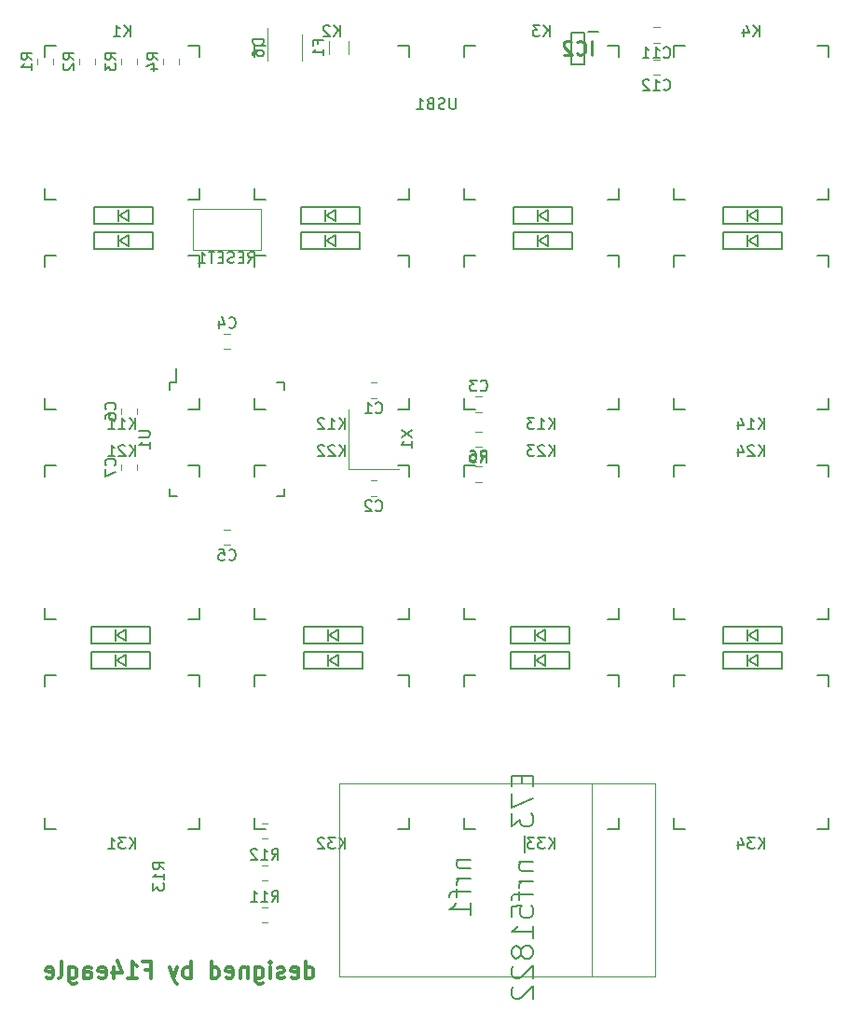
<source format=gbr>
%TF.GenerationSoftware,KiCad,Pcbnew,(5.1.2)-2*%
%TF.CreationDate,2020-03-24T23:19:36+08:00*%
%TF.ProjectId,wingxx-receiver-v4,77696e67-7878-42d7-9265-636569766572,rev?*%
%TF.SameCoordinates,Original*%
%TF.FileFunction,Legend,Bot*%
%TF.FilePolarity,Positive*%
%FSLAX46Y46*%
G04 Gerber Fmt 4.6, Leading zero omitted, Abs format (unit mm)*
G04 Created by KiCad (PCBNEW (5.1.2)-2) date 2020-03-24 23:19:36*
%MOMM*%
%LPD*%
G04 APERTURE LIST*
%ADD10C,0.300000*%
%ADD11C,0.200000*%
%ADD12C,0.120000*%
%ADD13C,0.150000*%
%ADD14C,0.100000*%
%ADD15C,0.254000*%
%ADD16C,0.152400*%
G04 APERTURE END LIST*
D10*
X102396285Y-146728571D02*
X102396285Y-145228571D01*
X102396285Y-146657142D02*
X102539142Y-146728571D01*
X102824857Y-146728571D01*
X102967714Y-146657142D01*
X103039142Y-146585714D01*
X103110571Y-146442857D01*
X103110571Y-146014285D01*
X103039142Y-145871428D01*
X102967714Y-145800000D01*
X102824857Y-145728571D01*
X102539142Y-145728571D01*
X102396285Y-145800000D01*
X101110571Y-146657142D02*
X101253428Y-146728571D01*
X101539142Y-146728571D01*
X101682000Y-146657142D01*
X101753428Y-146514285D01*
X101753428Y-145942857D01*
X101682000Y-145800000D01*
X101539142Y-145728571D01*
X101253428Y-145728571D01*
X101110571Y-145800000D01*
X101039142Y-145942857D01*
X101039142Y-146085714D01*
X101753428Y-146228571D01*
X100467714Y-146657142D02*
X100324857Y-146728571D01*
X100039142Y-146728571D01*
X99896285Y-146657142D01*
X99824857Y-146514285D01*
X99824857Y-146442857D01*
X99896285Y-146300000D01*
X100039142Y-146228571D01*
X100253428Y-146228571D01*
X100396285Y-146157142D01*
X100467714Y-146014285D01*
X100467714Y-145942857D01*
X100396285Y-145800000D01*
X100253428Y-145728571D01*
X100039142Y-145728571D01*
X99896285Y-145800000D01*
X99182000Y-146728571D02*
X99182000Y-145728571D01*
X99182000Y-145228571D02*
X99253428Y-145300000D01*
X99182000Y-145371428D01*
X99110571Y-145300000D01*
X99182000Y-145228571D01*
X99182000Y-145371428D01*
X97824857Y-145728571D02*
X97824857Y-146942857D01*
X97896285Y-147085714D01*
X97967714Y-147157142D01*
X98110571Y-147228571D01*
X98324857Y-147228571D01*
X98467714Y-147157142D01*
X97824857Y-146657142D02*
X97967714Y-146728571D01*
X98253428Y-146728571D01*
X98396285Y-146657142D01*
X98467714Y-146585714D01*
X98539142Y-146442857D01*
X98539142Y-146014285D01*
X98467714Y-145871428D01*
X98396285Y-145800000D01*
X98253428Y-145728571D01*
X97967714Y-145728571D01*
X97824857Y-145800000D01*
X97110571Y-145728571D02*
X97110571Y-146728571D01*
X97110571Y-145871428D02*
X97039142Y-145800000D01*
X96896285Y-145728571D01*
X96682000Y-145728571D01*
X96539142Y-145800000D01*
X96467714Y-145942857D01*
X96467714Y-146728571D01*
X95182000Y-146657142D02*
X95324857Y-146728571D01*
X95610571Y-146728571D01*
X95753428Y-146657142D01*
X95824857Y-146514285D01*
X95824857Y-145942857D01*
X95753428Y-145800000D01*
X95610571Y-145728571D01*
X95324857Y-145728571D01*
X95182000Y-145800000D01*
X95110571Y-145942857D01*
X95110571Y-146085714D01*
X95824857Y-146228571D01*
X93824857Y-146728571D02*
X93824857Y-145228571D01*
X93824857Y-146657142D02*
X93967714Y-146728571D01*
X94253428Y-146728571D01*
X94396285Y-146657142D01*
X94467714Y-146585714D01*
X94539142Y-146442857D01*
X94539142Y-146014285D01*
X94467714Y-145871428D01*
X94396285Y-145800000D01*
X94253428Y-145728571D01*
X93967714Y-145728571D01*
X93824857Y-145800000D01*
X91967714Y-146728571D02*
X91967714Y-145228571D01*
X91967714Y-145800000D02*
X91824857Y-145728571D01*
X91539142Y-145728571D01*
X91396285Y-145800000D01*
X91324857Y-145871428D01*
X91253428Y-146014285D01*
X91253428Y-146442857D01*
X91324857Y-146585714D01*
X91396285Y-146657142D01*
X91539142Y-146728571D01*
X91824857Y-146728571D01*
X91967714Y-146657142D01*
X90753428Y-145728571D02*
X90396285Y-146728571D01*
X90039142Y-145728571D02*
X90396285Y-146728571D01*
X90539142Y-147085714D01*
X90610571Y-147157142D01*
X90753428Y-147228571D01*
X87824857Y-145942857D02*
X88324857Y-145942857D01*
X88324857Y-146728571D02*
X88324857Y-145228571D01*
X87610571Y-145228571D01*
X86253428Y-146728571D02*
X87110571Y-146728571D01*
X86682000Y-146728571D02*
X86682000Y-145228571D01*
X86824857Y-145442857D01*
X86967714Y-145585714D01*
X87110571Y-145657142D01*
X84967714Y-145728571D02*
X84967714Y-146728571D01*
X85324857Y-145157142D02*
X85682000Y-146228571D01*
X84753428Y-146228571D01*
X83610571Y-146657142D02*
X83753428Y-146728571D01*
X84039142Y-146728571D01*
X84182000Y-146657142D01*
X84253428Y-146514285D01*
X84253428Y-145942857D01*
X84182000Y-145800000D01*
X84039142Y-145728571D01*
X83753428Y-145728571D01*
X83610571Y-145800000D01*
X83539142Y-145942857D01*
X83539142Y-146085714D01*
X84253428Y-146228571D01*
X82253428Y-146728571D02*
X82253428Y-145942857D01*
X82324857Y-145800000D01*
X82467714Y-145728571D01*
X82753428Y-145728571D01*
X82896285Y-145800000D01*
X82253428Y-146657142D02*
X82396285Y-146728571D01*
X82753428Y-146728571D01*
X82896285Y-146657142D01*
X82967714Y-146514285D01*
X82967714Y-146371428D01*
X82896285Y-146228571D01*
X82753428Y-146157142D01*
X82396285Y-146157142D01*
X82253428Y-146085714D01*
X80896285Y-145728571D02*
X80896285Y-146942857D01*
X80967714Y-147085714D01*
X81039142Y-147157142D01*
X81182000Y-147228571D01*
X81396285Y-147228571D01*
X81539142Y-147157142D01*
X80896285Y-146657142D02*
X81039142Y-146728571D01*
X81324857Y-146728571D01*
X81467714Y-146657142D01*
X81539142Y-146585714D01*
X81610571Y-146442857D01*
X81610571Y-146014285D01*
X81539142Y-145871428D01*
X81467714Y-145800000D01*
X81324857Y-145728571D01*
X81039142Y-145728571D01*
X80896285Y-145800000D01*
X79967714Y-146728571D02*
X80110571Y-146657142D01*
X80182000Y-146514285D01*
X80182000Y-145228571D01*
X78824857Y-146657142D02*
X78967714Y-146728571D01*
X79253428Y-146728571D01*
X79396285Y-146657142D01*
X79467714Y-146514285D01*
X79467714Y-145942857D01*
X79396285Y-145800000D01*
X79253428Y-145728571D01*
X78967714Y-145728571D01*
X78824857Y-145800000D01*
X78753428Y-145942857D01*
X78753428Y-146085714D01*
X79467714Y-146228571D01*
D11*
X128977000Y-60825200D02*
X128077000Y-60825200D01*
X127727000Y-63775200D02*
X127727000Y-60875200D01*
X126527000Y-63775200D02*
X127727000Y-63775200D01*
X126527000Y-60875200D02*
X126527000Y-63775200D01*
X127727000Y-60875200D02*
X126527000Y-60875200D01*
D12*
X134009748Y-63298000D02*
X134532252Y-63298000D01*
X134009748Y-64718000D02*
X134532252Y-64718000D01*
X134009748Y-60377000D02*
X134532252Y-60377000D01*
X134009748Y-61797000D02*
X134532252Y-61797000D01*
D13*
X140302000Y-117106000D02*
X145702000Y-117106000D01*
X145702000Y-118606000D02*
X140302000Y-118606000D01*
X140302000Y-118606000D02*
X140302000Y-117106000D01*
X145702000Y-118606000D02*
X145702000Y-117106000D01*
X143502000Y-118356000D02*
X143502000Y-117356000D01*
X143502000Y-117356000D02*
X142602000Y-117856000D01*
X142602000Y-117856000D02*
X143502000Y-118356000D01*
X142502000Y-118356000D02*
X142502000Y-117356000D01*
X120998000Y-117106000D02*
X126398000Y-117106000D01*
X126398000Y-118606000D02*
X120998000Y-118606000D01*
X120998000Y-118606000D02*
X120998000Y-117106000D01*
X126398000Y-118606000D02*
X126398000Y-117106000D01*
X124198000Y-118356000D02*
X124198000Y-117356000D01*
X124198000Y-117356000D02*
X123298000Y-117856000D01*
X123298000Y-117856000D02*
X124198000Y-118356000D01*
X123198000Y-118356000D02*
X123198000Y-117356000D01*
X102202000Y-117106000D02*
X107602000Y-117106000D01*
X107602000Y-118606000D02*
X102202000Y-118606000D01*
X102202000Y-118606000D02*
X102202000Y-117106000D01*
X107602000Y-118606000D02*
X107602000Y-117106000D01*
X105402000Y-118356000D02*
X105402000Y-117356000D01*
X105402000Y-117356000D02*
X104502000Y-117856000D01*
X104502000Y-117856000D02*
X105402000Y-118356000D01*
X104402000Y-118356000D02*
X104402000Y-117356000D01*
X82898000Y-117106000D02*
X88298000Y-117106000D01*
X88298000Y-118606000D02*
X82898000Y-118606000D01*
X82898000Y-118606000D02*
X82898000Y-117106000D01*
X88298000Y-118606000D02*
X88298000Y-117106000D01*
X86098000Y-118356000D02*
X86098000Y-117356000D01*
X86098000Y-117356000D02*
X85198000Y-117856000D01*
X85198000Y-117856000D02*
X86098000Y-118356000D01*
X85098000Y-118356000D02*
X85098000Y-117356000D01*
X140302000Y-114820000D02*
X145702000Y-114820000D01*
X145702000Y-116320000D02*
X140302000Y-116320000D01*
X140302000Y-116320000D02*
X140302000Y-114820000D01*
X145702000Y-116320000D02*
X145702000Y-114820000D01*
X143502000Y-116070000D02*
X143502000Y-115070000D01*
X143502000Y-115070000D02*
X142602000Y-115570000D01*
X142602000Y-115570000D02*
X143502000Y-116070000D01*
X142502000Y-116070000D02*
X142502000Y-115070000D01*
X120998000Y-114820000D02*
X126398000Y-114820000D01*
X126398000Y-116320000D02*
X120998000Y-116320000D01*
X120998000Y-116320000D02*
X120998000Y-114820000D01*
X126398000Y-116320000D02*
X126398000Y-114820000D01*
X124198000Y-116070000D02*
X124198000Y-115070000D01*
X124198000Y-115070000D02*
X123298000Y-115570000D01*
X123298000Y-115570000D02*
X124198000Y-116070000D01*
X123198000Y-116070000D02*
X123198000Y-115070000D01*
X102202000Y-114820000D02*
X107602000Y-114820000D01*
X107602000Y-116320000D02*
X102202000Y-116320000D01*
X102202000Y-116320000D02*
X102202000Y-114820000D01*
X107602000Y-116320000D02*
X107602000Y-114820000D01*
X105402000Y-116070000D02*
X105402000Y-115070000D01*
X105402000Y-115070000D02*
X104502000Y-115570000D01*
X104502000Y-115570000D02*
X105402000Y-116070000D01*
X104402000Y-116070000D02*
X104402000Y-115070000D01*
X82898000Y-114820000D02*
X88298000Y-114820000D01*
X88298000Y-116320000D02*
X82898000Y-116320000D01*
X82898000Y-116320000D02*
X82898000Y-114820000D01*
X88298000Y-116320000D02*
X88298000Y-114820000D01*
X86098000Y-116070000D02*
X86098000Y-115070000D01*
X86098000Y-115070000D02*
X85198000Y-115570000D01*
X85198000Y-115570000D02*
X86098000Y-116070000D01*
X85098000Y-116070000D02*
X85098000Y-115070000D01*
X140302000Y-79006000D02*
X145702000Y-79006000D01*
X145702000Y-80506000D02*
X140302000Y-80506000D01*
X140302000Y-80506000D02*
X140302000Y-79006000D01*
X145702000Y-80506000D02*
X145702000Y-79006000D01*
X143502000Y-80256000D02*
X143502000Y-79256000D01*
X143502000Y-79256000D02*
X142602000Y-79756000D01*
X142602000Y-79756000D02*
X143502000Y-80256000D01*
X142502000Y-80256000D02*
X142502000Y-79256000D01*
X121252000Y-79006000D02*
X126652000Y-79006000D01*
X126652000Y-80506000D02*
X121252000Y-80506000D01*
X121252000Y-80506000D02*
X121252000Y-79006000D01*
X126652000Y-80506000D02*
X126652000Y-79006000D01*
X124452000Y-80256000D02*
X124452000Y-79256000D01*
X124452000Y-79256000D02*
X123552000Y-79756000D01*
X123552000Y-79756000D02*
X124452000Y-80256000D01*
X123452000Y-80256000D02*
X123452000Y-79256000D01*
X101948000Y-79006000D02*
X107348000Y-79006000D01*
X107348000Y-80506000D02*
X101948000Y-80506000D01*
X101948000Y-80506000D02*
X101948000Y-79006000D01*
X107348000Y-80506000D02*
X107348000Y-79006000D01*
X105148000Y-80256000D02*
X105148000Y-79256000D01*
X105148000Y-79256000D02*
X104248000Y-79756000D01*
X104248000Y-79756000D02*
X105148000Y-80256000D01*
X104148000Y-80256000D02*
X104148000Y-79256000D01*
X83152000Y-79006000D02*
X88552000Y-79006000D01*
X88552000Y-80506000D02*
X83152000Y-80506000D01*
X83152000Y-80506000D02*
X83152000Y-79006000D01*
X88552000Y-80506000D02*
X88552000Y-79006000D01*
X86352000Y-80256000D02*
X86352000Y-79256000D01*
X86352000Y-79256000D02*
X85452000Y-79756000D01*
X85452000Y-79756000D02*
X86352000Y-80256000D01*
X85352000Y-80256000D02*
X85352000Y-79256000D01*
X140302000Y-76720000D02*
X145702000Y-76720000D01*
X145702000Y-78220000D02*
X140302000Y-78220000D01*
X140302000Y-78220000D02*
X140302000Y-76720000D01*
X145702000Y-78220000D02*
X145702000Y-76720000D01*
X143502000Y-77970000D02*
X143502000Y-76970000D01*
X143502000Y-76970000D02*
X142602000Y-77470000D01*
X142602000Y-77470000D02*
X143502000Y-77970000D01*
X142502000Y-77970000D02*
X142502000Y-76970000D01*
X121252000Y-76720000D02*
X126652000Y-76720000D01*
X126652000Y-78220000D02*
X121252000Y-78220000D01*
X121252000Y-78220000D02*
X121252000Y-76720000D01*
X126652000Y-78220000D02*
X126652000Y-76720000D01*
X124452000Y-77970000D02*
X124452000Y-76970000D01*
X124452000Y-76970000D02*
X123552000Y-77470000D01*
X123552000Y-77470000D02*
X124452000Y-77970000D01*
X123452000Y-77970000D02*
X123452000Y-76970000D01*
X101948000Y-76720000D02*
X107348000Y-76720000D01*
X107348000Y-78220000D02*
X101948000Y-78220000D01*
X101948000Y-78220000D02*
X101948000Y-76720000D01*
X107348000Y-78220000D02*
X107348000Y-76720000D01*
X105148000Y-77970000D02*
X105148000Y-76970000D01*
X105148000Y-76970000D02*
X104248000Y-77470000D01*
X104248000Y-77470000D02*
X105148000Y-77970000D01*
X104148000Y-77970000D02*
X104148000Y-76970000D01*
X83152000Y-76720000D02*
X88552000Y-76720000D01*
X88552000Y-78220000D02*
X83152000Y-78220000D01*
X83152000Y-78220000D02*
X83152000Y-76720000D01*
X88552000Y-78220000D02*
X88552000Y-76720000D01*
X86352000Y-77970000D02*
X86352000Y-76970000D01*
X86352000Y-76970000D02*
X85452000Y-77470000D01*
X85452000Y-77470000D02*
X86352000Y-77970000D01*
X85352000Y-77970000D02*
X85352000Y-76970000D01*
D14*
X128397000Y-129032000D02*
X128397000Y-146558000D01*
X134112000Y-146558000D02*
X105410000Y-146558000D01*
X134112000Y-129032000D02*
X134112000Y-146558000D01*
X105410000Y-129032000D02*
X134112000Y-129032000D01*
X105410000Y-146558000D02*
X105410000Y-129032000D01*
D12*
X92190000Y-76890000D02*
X92190000Y-80590000D01*
X98310000Y-76890000D02*
X92190000Y-76890000D01*
X98310000Y-80590000D02*
X98310000Y-76890000D01*
X92190000Y-80590000D02*
X98310000Y-80590000D01*
X106335000Y-100490000D02*
X106335000Y-95090000D01*
X110835000Y-100490000D02*
X106335000Y-100490000D01*
X106320000Y-61627936D02*
X106320000Y-62832064D01*
X104500000Y-61627936D02*
X104500000Y-62832064D01*
X118371252Y-101675000D02*
X117848748Y-101675000D01*
X118371252Y-100255000D02*
X117848748Y-100255000D01*
X117848748Y-97080000D02*
X118371252Y-97080000D01*
X117848748Y-98500000D02*
X118371252Y-98500000D01*
X90880000Y-63238748D02*
X90880000Y-63761252D01*
X89460000Y-63238748D02*
X89460000Y-63761252D01*
X87070000Y-63238748D02*
X87070000Y-63761252D01*
X85650000Y-63238748D02*
X85650000Y-63761252D01*
X83260000Y-63238748D02*
X83260000Y-63761252D01*
X81840000Y-63238748D02*
X81840000Y-63761252D01*
X79450000Y-63238748D02*
X79450000Y-63761252D01*
X78030000Y-63238748D02*
X78030000Y-63761252D01*
X87070000Y-100068748D02*
X87070000Y-100591252D01*
X85650000Y-100068748D02*
X85650000Y-100591252D01*
X87070000Y-94988748D02*
X87070000Y-95511252D01*
X85650000Y-94988748D02*
X85650000Y-95511252D01*
X94988748Y-105970000D02*
X95511252Y-105970000D01*
X94988748Y-107390000D02*
X95511252Y-107390000D01*
X95511252Y-89610000D02*
X94988748Y-89610000D01*
X95511252Y-88190000D02*
X94988748Y-88190000D01*
X118371252Y-95325000D02*
X117848748Y-95325000D01*
X118371252Y-93905000D02*
X117848748Y-93905000D01*
X108323748Y-101525000D02*
X108846252Y-101525000D01*
X108323748Y-102945000D02*
X108846252Y-102945000D01*
X108323748Y-92635000D02*
X108846252Y-92635000D01*
X108323748Y-94055000D02*
X108846252Y-94055000D01*
D13*
X90650000Y-92615000D02*
X90650000Y-91340000D01*
X90075000Y-102965000D02*
X90075000Y-102290000D01*
X100425000Y-102965000D02*
X100425000Y-102290000D01*
X100425000Y-92615000D02*
X100425000Y-93290000D01*
X90075000Y-92615000D02*
X90075000Y-93290000D01*
X100425000Y-92615000D02*
X99750000Y-92615000D01*
X100425000Y-102965000D02*
X99750000Y-102965000D01*
X90075000Y-102965000D02*
X90750000Y-102965000D01*
X90075000Y-92615000D02*
X90650000Y-92615000D01*
D12*
X98950000Y-63430000D02*
X98950000Y-60480000D01*
X102050000Y-61030000D02*
X102050000Y-63430000D01*
X98940252Y-134060000D02*
X98417748Y-134060000D01*
X98940252Y-132640000D02*
X98417748Y-132640000D01*
X98940252Y-137870000D02*
X98417748Y-137870000D01*
X98940252Y-136450000D02*
X98417748Y-136450000D01*
X98940252Y-141680000D02*
X98417748Y-141680000D01*
X98940252Y-140260000D02*
X98417748Y-140260000D01*
D13*
X149875000Y-119206000D02*
X149875000Y-120206000D01*
X148875000Y-119206000D02*
X149875000Y-119206000D01*
X149875000Y-133206000D02*
X148875000Y-133206000D01*
X149875000Y-132206000D02*
X149875000Y-133206000D01*
X135875000Y-133206000D02*
X135875000Y-132206000D01*
X136875000Y-133206000D02*
X135875000Y-133206000D01*
X135875000Y-119206000D02*
X136875000Y-119206000D01*
X135875000Y-120206000D02*
X135875000Y-119206000D01*
X130825000Y-119206000D02*
X130825000Y-120206000D01*
X129825000Y-119206000D02*
X130825000Y-119206000D01*
X130825000Y-133206000D02*
X129825000Y-133206000D01*
X130825000Y-132206000D02*
X130825000Y-133206000D01*
X116825000Y-133206000D02*
X116825000Y-132206000D01*
X117825000Y-133206000D02*
X116825000Y-133206000D01*
X116825000Y-119206000D02*
X117825000Y-119206000D01*
X116825000Y-120206000D02*
X116825000Y-119206000D01*
X111775000Y-119206000D02*
X111775000Y-120206000D01*
X110775000Y-119206000D02*
X111775000Y-119206000D01*
X111775000Y-133206000D02*
X110775000Y-133206000D01*
X111775000Y-132206000D02*
X111775000Y-133206000D01*
X97775000Y-133206000D02*
X97775000Y-132206000D01*
X98775000Y-133206000D02*
X97775000Y-133206000D01*
X97775000Y-119206000D02*
X98775000Y-119206000D01*
X97775000Y-120206000D02*
X97775000Y-119206000D01*
X92725000Y-119206000D02*
X92725000Y-120206000D01*
X91725000Y-119206000D02*
X92725000Y-119206000D01*
X92725000Y-133206000D02*
X91725000Y-133206000D01*
X92725000Y-132206000D02*
X92725000Y-133206000D01*
X78725000Y-133206000D02*
X78725000Y-132206000D01*
X79725000Y-133206000D02*
X78725000Y-133206000D01*
X78725000Y-119206000D02*
X79725000Y-119206000D01*
X78725000Y-120206000D02*
X78725000Y-119206000D01*
X135875000Y-114156000D02*
X135875000Y-113156000D01*
X136875000Y-114156000D02*
X135875000Y-114156000D01*
X135875000Y-100156000D02*
X136875000Y-100156000D01*
X135875000Y-101156000D02*
X135875000Y-100156000D01*
X149875000Y-100156000D02*
X149875000Y-101156000D01*
X148875000Y-100156000D02*
X149875000Y-100156000D01*
X149875000Y-114156000D02*
X148875000Y-114156000D01*
X149875000Y-113156000D02*
X149875000Y-114156000D01*
X116825000Y-114156000D02*
X116825000Y-113156000D01*
X117825000Y-114156000D02*
X116825000Y-114156000D01*
X116825000Y-100156000D02*
X117825000Y-100156000D01*
X116825000Y-101156000D02*
X116825000Y-100156000D01*
X130825000Y-100156000D02*
X130825000Y-101156000D01*
X129825000Y-100156000D02*
X130825000Y-100156000D01*
X130825000Y-114156000D02*
X129825000Y-114156000D01*
X130825000Y-113156000D02*
X130825000Y-114156000D01*
X97775000Y-114156000D02*
X97775000Y-113156000D01*
X98775000Y-114156000D02*
X97775000Y-114156000D01*
X97775000Y-100156000D02*
X98775000Y-100156000D01*
X97775000Y-101156000D02*
X97775000Y-100156000D01*
X111775000Y-100156000D02*
X111775000Y-101156000D01*
X110775000Y-100156000D02*
X111775000Y-100156000D01*
X111775000Y-114156000D02*
X110775000Y-114156000D01*
X111775000Y-113156000D02*
X111775000Y-114156000D01*
X78725000Y-114156000D02*
X78725000Y-113156000D01*
X79725000Y-114156000D02*
X78725000Y-114156000D01*
X78725000Y-100156000D02*
X79725000Y-100156000D01*
X78725000Y-101156000D02*
X78725000Y-100156000D01*
X92725000Y-100156000D02*
X92725000Y-101156000D01*
X91725000Y-100156000D02*
X92725000Y-100156000D01*
X92725000Y-114156000D02*
X91725000Y-114156000D01*
X92725000Y-113156000D02*
X92725000Y-114156000D01*
X149875000Y-81106200D02*
X149875000Y-82106200D01*
X148875000Y-81106200D02*
X149875000Y-81106200D01*
X149875000Y-95106200D02*
X148875000Y-95106200D01*
X149875000Y-94106200D02*
X149875000Y-95106200D01*
X135875000Y-95106200D02*
X135875000Y-94106200D01*
X136875000Y-95106200D02*
X135875000Y-95106200D01*
X135875000Y-81106200D02*
X136875000Y-81106200D01*
X135875000Y-82106200D02*
X135875000Y-81106200D01*
X130825000Y-81106200D02*
X130825000Y-82106200D01*
X129825000Y-81106200D02*
X130825000Y-81106200D01*
X130825000Y-95106200D02*
X129825000Y-95106200D01*
X130825000Y-94106200D02*
X130825000Y-95106200D01*
X116825000Y-95106200D02*
X116825000Y-94106200D01*
X117825000Y-95106200D02*
X116825000Y-95106200D01*
X116825000Y-81106200D02*
X117825000Y-81106200D01*
X116825000Y-82106200D02*
X116825000Y-81106200D01*
X111775000Y-81106200D02*
X111775000Y-82106200D01*
X110775000Y-81106200D02*
X111775000Y-81106200D01*
X111775000Y-95106200D02*
X110775000Y-95106200D01*
X111775000Y-94106200D02*
X111775000Y-95106200D01*
X97775000Y-95106200D02*
X97775000Y-94106200D01*
X98775000Y-95106200D02*
X97775000Y-95106200D01*
X97775000Y-81106200D02*
X98775000Y-81106200D01*
X97775000Y-82106200D02*
X97775000Y-81106200D01*
X92725000Y-81106200D02*
X92725000Y-82106200D01*
X91725000Y-81106200D02*
X92725000Y-81106200D01*
X92725000Y-95106200D02*
X91725000Y-95106200D01*
X92725000Y-94106200D02*
X92725000Y-95106200D01*
X78725000Y-95106200D02*
X78725000Y-94106200D01*
X79725000Y-95106200D02*
X78725000Y-95106200D01*
X78725000Y-81106200D02*
X79725000Y-81106200D01*
X78725000Y-82106200D02*
X78725000Y-81106200D01*
X135875000Y-76056200D02*
X135875000Y-75056200D01*
X136875000Y-76056200D02*
X135875000Y-76056200D01*
X135875000Y-62056200D02*
X136875000Y-62056200D01*
X135875000Y-63056200D02*
X135875000Y-62056200D01*
X149875000Y-62056200D02*
X149875000Y-63056200D01*
X148875000Y-62056200D02*
X149875000Y-62056200D01*
X149875000Y-76056200D02*
X148875000Y-76056200D01*
X149875000Y-75056200D02*
X149875000Y-76056200D01*
X116825000Y-76056200D02*
X116825000Y-75056200D01*
X117825000Y-76056200D02*
X116825000Y-76056200D01*
X116825000Y-62056200D02*
X117825000Y-62056200D01*
X116825000Y-63056200D02*
X116825000Y-62056200D01*
X130825000Y-62056200D02*
X130825000Y-63056200D01*
X129825000Y-62056200D02*
X130825000Y-62056200D01*
X130825000Y-76056200D02*
X129825000Y-76056200D01*
X130825000Y-75056200D02*
X130825000Y-76056200D01*
X97775000Y-76056200D02*
X97775000Y-75056200D01*
X98775000Y-76056200D02*
X97775000Y-76056200D01*
X97775000Y-62056200D02*
X98775000Y-62056200D01*
X97775000Y-63056200D02*
X97775000Y-62056200D01*
X111775000Y-62056200D02*
X111775000Y-63056200D01*
X110775000Y-62056200D02*
X111775000Y-62056200D01*
X111775000Y-76056200D02*
X110775000Y-76056200D01*
X111775000Y-75056200D02*
X111775000Y-76056200D01*
X78725000Y-76056200D02*
X78725000Y-75056200D01*
X79725000Y-76056200D02*
X78725000Y-76056200D01*
X78725000Y-62056200D02*
X79725000Y-62056200D01*
X78725000Y-63056200D02*
X78725000Y-62056200D01*
X92725000Y-62056200D02*
X92725000Y-63056200D01*
X91725000Y-62056200D02*
X92725000Y-62056200D01*
X92725000Y-76056200D02*
X91725000Y-76056200D01*
X92725000Y-75056200D02*
X92725000Y-76056200D01*
D15*
X128366761Y-62899723D02*
X128366761Y-61629723D01*
X127036285Y-62778771D02*
X127096761Y-62839247D01*
X127278190Y-62899723D01*
X127399142Y-62899723D01*
X127580571Y-62839247D01*
X127701523Y-62718295D01*
X127762000Y-62597342D01*
X127822476Y-62355438D01*
X127822476Y-62174009D01*
X127762000Y-61932104D01*
X127701523Y-61811152D01*
X127580571Y-61690200D01*
X127399142Y-61629723D01*
X127278190Y-61629723D01*
X127096761Y-61690200D01*
X127036285Y-61750676D01*
X126552476Y-61750676D02*
X126492000Y-61690200D01*
X126371047Y-61629723D01*
X126068666Y-61629723D01*
X125947714Y-61690200D01*
X125887238Y-61750676D01*
X125826761Y-61871628D01*
X125826761Y-61992580D01*
X125887238Y-62174009D01*
X126612952Y-62899723D01*
X125826761Y-62899723D01*
D13*
X134913857Y-66015142D02*
X134961476Y-66062761D01*
X135104333Y-66110380D01*
X135199571Y-66110380D01*
X135342428Y-66062761D01*
X135437666Y-65967523D01*
X135485285Y-65872285D01*
X135532904Y-65681809D01*
X135532904Y-65538952D01*
X135485285Y-65348476D01*
X135437666Y-65253238D01*
X135342428Y-65158000D01*
X135199571Y-65110380D01*
X135104333Y-65110380D01*
X134961476Y-65158000D01*
X134913857Y-65205619D01*
X133961476Y-66110380D02*
X134532904Y-66110380D01*
X134247190Y-66110380D02*
X134247190Y-65110380D01*
X134342428Y-65253238D01*
X134437666Y-65348476D01*
X134532904Y-65396095D01*
X133580523Y-65205619D02*
X133532904Y-65158000D01*
X133437666Y-65110380D01*
X133199571Y-65110380D01*
X133104333Y-65158000D01*
X133056714Y-65205619D01*
X133009095Y-65300857D01*
X133009095Y-65396095D01*
X133056714Y-65538952D01*
X133628142Y-66110380D01*
X133009095Y-66110380D01*
X134913857Y-63094142D02*
X134961476Y-63141761D01*
X135104333Y-63189380D01*
X135199571Y-63189380D01*
X135342428Y-63141761D01*
X135437666Y-63046523D01*
X135485285Y-62951285D01*
X135532904Y-62760809D01*
X135532904Y-62617952D01*
X135485285Y-62427476D01*
X135437666Y-62332238D01*
X135342428Y-62237000D01*
X135199571Y-62189380D01*
X135104333Y-62189380D01*
X134961476Y-62237000D01*
X134913857Y-62284619D01*
X133961476Y-63189380D02*
X134532904Y-63189380D01*
X134247190Y-63189380D02*
X134247190Y-62189380D01*
X134342428Y-62332238D01*
X134437666Y-62427476D01*
X134532904Y-62475095D01*
X133009095Y-63189380D02*
X133580523Y-63189380D01*
X133294809Y-63189380D02*
X133294809Y-62189380D01*
X133390047Y-62332238D01*
X133485285Y-62427476D01*
X133580523Y-62475095D01*
D16*
X116121542Y-135948057D02*
X117408476Y-135948057D01*
X116305390Y-135948057D02*
X116213466Y-136039980D01*
X116121542Y-136223828D01*
X116121542Y-136499600D01*
X116213466Y-136683447D01*
X116397314Y-136775371D01*
X117408476Y-136775371D01*
X117408476Y-137694609D02*
X116121542Y-137694609D01*
X116489238Y-137694609D02*
X116305390Y-137786533D01*
X116213466Y-137878457D01*
X116121542Y-138062304D01*
X116121542Y-138246152D01*
X116121542Y-138613847D02*
X116121542Y-139349238D01*
X117408476Y-138889619D02*
X115753847Y-138889619D01*
X115570000Y-138981542D01*
X115478076Y-139165390D01*
X115478076Y-139349238D01*
X117408476Y-141003866D02*
X117408476Y-139900780D01*
X117408476Y-140452323D02*
X115478076Y-140452323D01*
X115753847Y-140268476D01*
X115937695Y-140084628D01*
X116029619Y-139900780D01*
X122036114Y-128364342D02*
X122036114Y-129007809D01*
X123047276Y-129283580D02*
X123047276Y-128364342D01*
X121116876Y-128364342D01*
X121116876Y-129283580D01*
X121116876Y-129927047D02*
X121116876Y-131213980D01*
X123047276Y-130386666D01*
X121116876Y-131765523D02*
X121116876Y-132960533D01*
X121852266Y-132317066D01*
X121852266Y-132592838D01*
X121944190Y-132776685D01*
X122036114Y-132868609D01*
X122219961Y-132960533D01*
X122679580Y-132960533D01*
X122863428Y-132868609D01*
X122955352Y-132776685D01*
X123047276Y-132592838D01*
X123047276Y-132041295D01*
X122955352Y-131857447D01*
X122863428Y-131765523D01*
X122311885Y-133787847D02*
X122311885Y-135258628D01*
X121760342Y-136177866D02*
X123047276Y-136177866D01*
X121944190Y-136177866D02*
X121852266Y-136269790D01*
X121760342Y-136453638D01*
X121760342Y-136729409D01*
X121852266Y-136913257D01*
X122036114Y-137005180D01*
X123047276Y-137005180D01*
X123047276Y-137924419D02*
X121760342Y-137924419D01*
X122128038Y-137924419D02*
X121944190Y-138016342D01*
X121852266Y-138108266D01*
X121760342Y-138292114D01*
X121760342Y-138475961D01*
X121760342Y-138843657D02*
X121760342Y-139579047D01*
X123047276Y-139119428D02*
X121392647Y-139119428D01*
X121208800Y-139211352D01*
X121116876Y-139395200D01*
X121116876Y-139579047D01*
X121116876Y-141141752D02*
X121116876Y-140222514D01*
X122036114Y-140130590D01*
X121944190Y-140222514D01*
X121852266Y-140406361D01*
X121852266Y-140865980D01*
X121944190Y-141049828D01*
X122036114Y-141141752D01*
X122219961Y-141233676D01*
X122679580Y-141233676D01*
X122863428Y-141141752D01*
X122955352Y-141049828D01*
X123047276Y-140865980D01*
X123047276Y-140406361D01*
X122955352Y-140222514D01*
X122863428Y-140130590D01*
X123047276Y-143072152D02*
X123047276Y-141969066D01*
X123047276Y-142520609D02*
X121116876Y-142520609D01*
X121392647Y-142336761D01*
X121576495Y-142152914D01*
X121668419Y-141969066D01*
X121944190Y-144175238D02*
X121852266Y-143991390D01*
X121760342Y-143899466D01*
X121576495Y-143807542D01*
X121484571Y-143807542D01*
X121300723Y-143899466D01*
X121208800Y-143991390D01*
X121116876Y-144175238D01*
X121116876Y-144542933D01*
X121208800Y-144726780D01*
X121300723Y-144818704D01*
X121484571Y-144910628D01*
X121576495Y-144910628D01*
X121760342Y-144818704D01*
X121852266Y-144726780D01*
X121944190Y-144542933D01*
X121944190Y-144175238D01*
X122036114Y-143991390D01*
X122128038Y-143899466D01*
X122311885Y-143807542D01*
X122679580Y-143807542D01*
X122863428Y-143899466D01*
X122955352Y-143991390D01*
X123047276Y-144175238D01*
X123047276Y-144542933D01*
X122955352Y-144726780D01*
X122863428Y-144818704D01*
X122679580Y-144910628D01*
X122311885Y-144910628D01*
X122128038Y-144818704D01*
X122036114Y-144726780D01*
X121944190Y-144542933D01*
X121300723Y-145646019D02*
X121208800Y-145737942D01*
X121116876Y-145921790D01*
X121116876Y-146381409D01*
X121208800Y-146565257D01*
X121300723Y-146657180D01*
X121484571Y-146749104D01*
X121668419Y-146749104D01*
X121944190Y-146657180D01*
X123047276Y-145554095D01*
X123047276Y-146749104D01*
X121300723Y-147484495D02*
X121208800Y-147576419D01*
X121116876Y-147760266D01*
X121116876Y-148219885D01*
X121208800Y-148403733D01*
X121300723Y-148495657D01*
X121484571Y-148587580D01*
X121668419Y-148587580D01*
X121944190Y-148495657D01*
X123047276Y-147392571D01*
X123047276Y-148587580D01*
D13*
X97178571Y-81792380D02*
X97511904Y-81316190D01*
X97750000Y-81792380D02*
X97750000Y-80792380D01*
X97369047Y-80792380D01*
X97273809Y-80840000D01*
X97226190Y-80887619D01*
X97178571Y-80982857D01*
X97178571Y-81125714D01*
X97226190Y-81220952D01*
X97273809Y-81268571D01*
X97369047Y-81316190D01*
X97750000Y-81316190D01*
X96750000Y-81268571D02*
X96416666Y-81268571D01*
X96273809Y-81792380D02*
X96750000Y-81792380D01*
X96750000Y-80792380D01*
X96273809Y-80792380D01*
X95892857Y-81744761D02*
X95750000Y-81792380D01*
X95511904Y-81792380D01*
X95416666Y-81744761D01*
X95369047Y-81697142D01*
X95321428Y-81601904D01*
X95321428Y-81506666D01*
X95369047Y-81411428D01*
X95416666Y-81363809D01*
X95511904Y-81316190D01*
X95702380Y-81268571D01*
X95797619Y-81220952D01*
X95845238Y-81173333D01*
X95892857Y-81078095D01*
X95892857Y-80982857D01*
X95845238Y-80887619D01*
X95797619Y-80840000D01*
X95702380Y-80792380D01*
X95464285Y-80792380D01*
X95321428Y-80840000D01*
X94892857Y-81268571D02*
X94559523Y-81268571D01*
X94416666Y-81792380D02*
X94892857Y-81792380D01*
X94892857Y-80792380D01*
X94416666Y-80792380D01*
X94130952Y-80792380D02*
X93559523Y-80792380D01*
X93845238Y-81792380D02*
X93845238Y-80792380D01*
X92702380Y-81792380D02*
X93273809Y-81792380D01*
X92988095Y-81792380D02*
X92988095Y-80792380D01*
X93083333Y-80935238D01*
X93178571Y-81030476D01*
X93273809Y-81078095D01*
X111087380Y-96980476D02*
X112087380Y-97647142D01*
X111087380Y-97647142D02*
X112087380Y-96980476D01*
X112087380Y-98551904D02*
X112087380Y-97980476D01*
X112087380Y-98266190D02*
X111087380Y-98266190D01*
X111230238Y-98170952D01*
X111325476Y-98075714D01*
X111373095Y-97980476D01*
X103518571Y-61896666D02*
X103518571Y-61563333D01*
X104042380Y-61563333D02*
X103042380Y-61563333D01*
X103042380Y-62039523D01*
X104042380Y-62944285D02*
X104042380Y-62372857D01*
X104042380Y-62658571D02*
X103042380Y-62658571D01*
X103185238Y-62563333D01*
X103280476Y-62468095D01*
X103328095Y-62372857D01*
X118276666Y-99767380D02*
X118610000Y-99291190D01*
X118848095Y-99767380D02*
X118848095Y-98767380D01*
X118467142Y-98767380D01*
X118371904Y-98815000D01*
X118324285Y-98862619D01*
X118276666Y-98957857D01*
X118276666Y-99100714D01*
X118324285Y-99195952D01*
X118371904Y-99243571D01*
X118467142Y-99291190D01*
X118848095Y-99291190D01*
X117419523Y-98767380D02*
X117610000Y-98767380D01*
X117705238Y-98815000D01*
X117752857Y-98862619D01*
X117848095Y-99005476D01*
X117895714Y-99195952D01*
X117895714Y-99576904D01*
X117848095Y-99672142D01*
X117800476Y-99719761D01*
X117705238Y-99767380D01*
X117514761Y-99767380D01*
X117419523Y-99719761D01*
X117371904Y-99672142D01*
X117324285Y-99576904D01*
X117324285Y-99338809D01*
X117371904Y-99243571D01*
X117419523Y-99195952D01*
X117514761Y-99148333D01*
X117705238Y-99148333D01*
X117800476Y-99195952D01*
X117848095Y-99243571D01*
X117895714Y-99338809D01*
X118276666Y-99892380D02*
X118610000Y-99416190D01*
X118848095Y-99892380D02*
X118848095Y-98892380D01*
X118467142Y-98892380D01*
X118371904Y-98940000D01*
X118324285Y-98987619D01*
X118276666Y-99082857D01*
X118276666Y-99225714D01*
X118324285Y-99320952D01*
X118371904Y-99368571D01*
X118467142Y-99416190D01*
X118848095Y-99416190D01*
X117371904Y-98892380D02*
X117848095Y-98892380D01*
X117895714Y-99368571D01*
X117848095Y-99320952D01*
X117752857Y-99273333D01*
X117514761Y-99273333D01*
X117419523Y-99320952D01*
X117371904Y-99368571D01*
X117324285Y-99463809D01*
X117324285Y-99701904D01*
X117371904Y-99797142D01*
X117419523Y-99844761D01*
X117514761Y-99892380D01*
X117752857Y-99892380D01*
X117848095Y-99844761D01*
X117895714Y-99797142D01*
X88972380Y-63333333D02*
X88496190Y-63000000D01*
X88972380Y-62761904D02*
X87972380Y-62761904D01*
X87972380Y-63142857D01*
X88020000Y-63238095D01*
X88067619Y-63285714D01*
X88162857Y-63333333D01*
X88305714Y-63333333D01*
X88400952Y-63285714D01*
X88448571Y-63238095D01*
X88496190Y-63142857D01*
X88496190Y-62761904D01*
X88305714Y-64190476D02*
X88972380Y-64190476D01*
X87924761Y-63952380D02*
X88639047Y-63714285D01*
X88639047Y-64333333D01*
X85162380Y-63333333D02*
X84686190Y-63000000D01*
X85162380Y-62761904D02*
X84162380Y-62761904D01*
X84162380Y-63142857D01*
X84210000Y-63238095D01*
X84257619Y-63285714D01*
X84352857Y-63333333D01*
X84495714Y-63333333D01*
X84590952Y-63285714D01*
X84638571Y-63238095D01*
X84686190Y-63142857D01*
X84686190Y-62761904D01*
X84162380Y-63666666D02*
X84162380Y-64285714D01*
X84543333Y-63952380D01*
X84543333Y-64095238D01*
X84590952Y-64190476D01*
X84638571Y-64238095D01*
X84733809Y-64285714D01*
X84971904Y-64285714D01*
X85067142Y-64238095D01*
X85114761Y-64190476D01*
X85162380Y-64095238D01*
X85162380Y-63809523D01*
X85114761Y-63714285D01*
X85067142Y-63666666D01*
X81352380Y-63333333D02*
X80876190Y-63000000D01*
X81352380Y-62761904D02*
X80352380Y-62761904D01*
X80352380Y-63142857D01*
X80400000Y-63238095D01*
X80447619Y-63285714D01*
X80542857Y-63333333D01*
X80685714Y-63333333D01*
X80780952Y-63285714D01*
X80828571Y-63238095D01*
X80876190Y-63142857D01*
X80876190Y-62761904D01*
X80447619Y-63714285D02*
X80400000Y-63761904D01*
X80352380Y-63857142D01*
X80352380Y-64095238D01*
X80400000Y-64190476D01*
X80447619Y-64238095D01*
X80542857Y-64285714D01*
X80638095Y-64285714D01*
X80780952Y-64238095D01*
X81352380Y-63666666D01*
X81352380Y-64285714D01*
X77542380Y-63333333D02*
X77066190Y-63000000D01*
X77542380Y-62761904D02*
X76542380Y-62761904D01*
X76542380Y-63142857D01*
X76590000Y-63238095D01*
X76637619Y-63285714D01*
X76732857Y-63333333D01*
X76875714Y-63333333D01*
X76970952Y-63285714D01*
X77018571Y-63238095D01*
X77066190Y-63142857D01*
X77066190Y-62761904D01*
X77542380Y-64285714D02*
X77542380Y-63714285D01*
X77542380Y-64000000D02*
X76542380Y-64000000D01*
X76685238Y-63904761D01*
X76780476Y-63809523D01*
X76828095Y-63714285D01*
X85067142Y-100163333D02*
X85114761Y-100115714D01*
X85162380Y-99972857D01*
X85162380Y-99877619D01*
X85114761Y-99734761D01*
X85019523Y-99639523D01*
X84924285Y-99591904D01*
X84733809Y-99544285D01*
X84590952Y-99544285D01*
X84400476Y-99591904D01*
X84305238Y-99639523D01*
X84210000Y-99734761D01*
X84162380Y-99877619D01*
X84162380Y-99972857D01*
X84210000Y-100115714D01*
X84257619Y-100163333D01*
X84162380Y-100496666D02*
X84162380Y-101163333D01*
X85162380Y-100734761D01*
X85067142Y-95083333D02*
X85114761Y-95035714D01*
X85162380Y-94892857D01*
X85162380Y-94797619D01*
X85114761Y-94654761D01*
X85019523Y-94559523D01*
X84924285Y-94511904D01*
X84733809Y-94464285D01*
X84590952Y-94464285D01*
X84400476Y-94511904D01*
X84305238Y-94559523D01*
X84210000Y-94654761D01*
X84162380Y-94797619D01*
X84162380Y-94892857D01*
X84210000Y-95035714D01*
X84257619Y-95083333D01*
X84162380Y-95940476D02*
X84162380Y-95750000D01*
X84210000Y-95654761D01*
X84257619Y-95607142D01*
X84400476Y-95511904D01*
X84590952Y-95464285D01*
X84971904Y-95464285D01*
X85067142Y-95511904D01*
X85114761Y-95559523D01*
X85162380Y-95654761D01*
X85162380Y-95845238D01*
X85114761Y-95940476D01*
X85067142Y-95988095D01*
X84971904Y-96035714D01*
X84733809Y-96035714D01*
X84638571Y-95988095D01*
X84590952Y-95940476D01*
X84543333Y-95845238D01*
X84543333Y-95654761D01*
X84590952Y-95559523D01*
X84638571Y-95511904D01*
X84733809Y-95464285D01*
X95416666Y-108687142D02*
X95464285Y-108734761D01*
X95607142Y-108782380D01*
X95702380Y-108782380D01*
X95845238Y-108734761D01*
X95940476Y-108639523D01*
X95988095Y-108544285D01*
X96035714Y-108353809D01*
X96035714Y-108210952D01*
X95988095Y-108020476D01*
X95940476Y-107925238D01*
X95845238Y-107830000D01*
X95702380Y-107782380D01*
X95607142Y-107782380D01*
X95464285Y-107830000D01*
X95416666Y-107877619D01*
X94511904Y-107782380D02*
X94988095Y-107782380D01*
X95035714Y-108258571D01*
X94988095Y-108210952D01*
X94892857Y-108163333D01*
X94654761Y-108163333D01*
X94559523Y-108210952D01*
X94511904Y-108258571D01*
X94464285Y-108353809D01*
X94464285Y-108591904D01*
X94511904Y-108687142D01*
X94559523Y-108734761D01*
X94654761Y-108782380D01*
X94892857Y-108782380D01*
X94988095Y-108734761D01*
X95035714Y-108687142D01*
X95416666Y-87607142D02*
X95464285Y-87654761D01*
X95607142Y-87702380D01*
X95702380Y-87702380D01*
X95845238Y-87654761D01*
X95940476Y-87559523D01*
X95988095Y-87464285D01*
X96035714Y-87273809D01*
X96035714Y-87130952D01*
X95988095Y-86940476D01*
X95940476Y-86845238D01*
X95845238Y-86750000D01*
X95702380Y-86702380D01*
X95607142Y-86702380D01*
X95464285Y-86750000D01*
X95416666Y-86797619D01*
X94559523Y-87035714D02*
X94559523Y-87702380D01*
X94797619Y-86654761D02*
X95035714Y-87369047D01*
X94416666Y-87369047D01*
X118276666Y-93322142D02*
X118324285Y-93369761D01*
X118467142Y-93417380D01*
X118562380Y-93417380D01*
X118705238Y-93369761D01*
X118800476Y-93274523D01*
X118848095Y-93179285D01*
X118895714Y-92988809D01*
X118895714Y-92845952D01*
X118848095Y-92655476D01*
X118800476Y-92560238D01*
X118705238Y-92465000D01*
X118562380Y-92417380D01*
X118467142Y-92417380D01*
X118324285Y-92465000D01*
X118276666Y-92512619D01*
X117943333Y-92417380D02*
X117324285Y-92417380D01*
X117657619Y-92798333D01*
X117514761Y-92798333D01*
X117419523Y-92845952D01*
X117371904Y-92893571D01*
X117324285Y-92988809D01*
X117324285Y-93226904D01*
X117371904Y-93322142D01*
X117419523Y-93369761D01*
X117514761Y-93417380D01*
X117800476Y-93417380D01*
X117895714Y-93369761D01*
X117943333Y-93322142D01*
X108751666Y-104242142D02*
X108799285Y-104289761D01*
X108942142Y-104337380D01*
X109037380Y-104337380D01*
X109180238Y-104289761D01*
X109275476Y-104194523D01*
X109323095Y-104099285D01*
X109370714Y-103908809D01*
X109370714Y-103765952D01*
X109323095Y-103575476D01*
X109275476Y-103480238D01*
X109180238Y-103385000D01*
X109037380Y-103337380D01*
X108942142Y-103337380D01*
X108799285Y-103385000D01*
X108751666Y-103432619D01*
X108370714Y-103432619D02*
X108323095Y-103385000D01*
X108227857Y-103337380D01*
X107989761Y-103337380D01*
X107894523Y-103385000D01*
X107846904Y-103432619D01*
X107799285Y-103527857D01*
X107799285Y-103623095D01*
X107846904Y-103765952D01*
X108418333Y-104337380D01*
X107799285Y-104337380D01*
X108751666Y-95352142D02*
X108799285Y-95399761D01*
X108942142Y-95447380D01*
X109037380Y-95447380D01*
X109180238Y-95399761D01*
X109275476Y-95304523D01*
X109323095Y-95209285D01*
X109370714Y-95018809D01*
X109370714Y-94875952D01*
X109323095Y-94685476D01*
X109275476Y-94590238D01*
X109180238Y-94495000D01*
X109037380Y-94447380D01*
X108942142Y-94447380D01*
X108799285Y-94495000D01*
X108751666Y-94542619D01*
X107799285Y-95447380D02*
X108370714Y-95447380D01*
X108085000Y-95447380D02*
X108085000Y-94447380D01*
X108180238Y-94590238D01*
X108275476Y-94685476D01*
X108370714Y-94733095D01*
X87252380Y-97028095D02*
X88061904Y-97028095D01*
X88157142Y-97075714D01*
X88204761Y-97123333D01*
X88252380Y-97218571D01*
X88252380Y-97409047D01*
X88204761Y-97504285D01*
X88157142Y-97551904D01*
X88061904Y-97599523D01*
X87252380Y-97599523D01*
X88252380Y-98599523D02*
X88252380Y-98028095D01*
X88252380Y-98313809D02*
X87252380Y-98313809D01*
X87395238Y-98218571D01*
X87490476Y-98123333D01*
X87538095Y-98028095D01*
X98572380Y-61511904D02*
X97572380Y-61511904D01*
X97572380Y-61750000D01*
X97620000Y-61892857D01*
X97715238Y-61988095D01*
X97810476Y-62035714D01*
X98000952Y-62083333D01*
X98143809Y-62083333D01*
X98334285Y-62035714D01*
X98429523Y-61988095D01*
X98524761Y-61892857D01*
X98572380Y-61750000D01*
X98572380Y-61511904D01*
X97572380Y-62940476D02*
X97572380Y-62750000D01*
X97620000Y-62654761D01*
X97667619Y-62607142D01*
X97810476Y-62511904D01*
X98000952Y-62464285D01*
X98381904Y-62464285D01*
X98477142Y-62511904D01*
X98524761Y-62559523D01*
X98572380Y-62654761D01*
X98572380Y-62845238D01*
X98524761Y-62940476D01*
X98477142Y-62988095D01*
X98381904Y-63035714D01*
X98143809Y-63035714D01*
X98048571Y-62988095D01*
X98000952Y-62940476D01*
X97953333Y-62845238D01*
X97953333Y-62654761D01*
X98000952Y-62559523D01*
X98048571Y-62511904D01*
X98143809Y-62464285D01*
X116038095Y-66802380D02*
X116038095Y-67611904D01*
X115990476Y-67707142D01*
X115942857Y-67754761D01*
X115847619Y-67802380D01*
X115657142Y-67802380D01*
X115561904Y-67754761D01*
X115514285Y-67707142D01*
X115466666Y-67611904D01*
X115466666Y-66802380D01*
X115038095Y-67754761D02*
X114895238Y-67802380D01*
X114657142Y-67802380D01*
X114561904Y-67754761D01*
X114514285Y-67707142D01*
X114466666Y-67611904D01*
X114466666Y-67516666D01*
X114514285Y-67421428D01*
X114561904Y-67373809D01*
X114657142Y-67326190D01*
X114847619Y-67278571D01*
X114942857Y-67230952D01*
X114990476Y-67183333D01*
X115038095Y-67088095D01*
X115038095Y-66992857D01*
X114990476Y-66897619D01*
X114942857Y-66850000D01*
X114847619Y-66802380D01*
X114609523Y-66802380D01*
X114466666Y-66850000D01*
X113704761Y-67278571D02*
X113561904Y-67326190D01*
X113514285Y-67373809D01*
X113466666Y-67469047D01*
X113466666Y-67611904D01*
X113514285Y-67707142D01*
X113561904Y-67754761D01*
X113657142Y-67802380D01*
X114038095Y-67802380D01*
X114038095Y-66802380D01*
X113704761Y-66802380D01*
X113609523Y-66850000D01*
X113561904Y-66897619D01*
X113514285Y-66992857D01*
X113514285Y-67088095D01*
X113561904Y-67183333D01*
X113609523Y-67230952D01*
X113704761Y-67278571D01*
X114038095Y-67278571D01*
X112514285Y-67802380D02*
X113085714Y-67802380D01*
X112800000Y-67802380D02*
X112800000Y-66802380D01*
X112895238Y-66945238D01*
X112990476Y-67040476D01*
X113085714Y-67088095D01*
X89543880Y-136834642D02*
X89067690Y-136501309D01*
X89543880Y-136263214D02*
X88543880Y-136263214D01*
X88543880Y-136644166D01*
X88591500Y-136739404D01*
X88639119Y-136787023D01*
X88734357Y-136834642D01*
X88877214Y-136834642D01*
X88972452Y-136787023D01*
X89020071Y-136739404D01*
X89067690Y-136644166D01*
X89067690Y-136263214D01*
X89543880Y-137787023D02*
X89543880Y-137215595D01*
X89543880Y-137501309D02*
X88543880Y-137501309D01*
X88686738Y-137406071D01*
X88781976Y-137310833D01*
X88829595Y-137215595D01*
X88543880Y-138120357D02*
X88543880Y-138739404D01*
X88924833Y-138406071D01*
X88924833Y-138548928D01*
X88972452Y-138644166D01*
X89020071Y-138691785D01*
X89115309Y-138739404D01*
X89353404Y-138739404D01*
X89448642Y-138691785D01*
X89496261Y-138644166D01*
X89543880Y-138548928D01*
X89543880Y-138263214D01*
X89496261Y-138167976D01*
X89448642Y-138120357D01*
X99321857Y-135962380D02*
X99655190Y-135486190D01*
X99893285Y-135962380D02*
X99893285Y-134962380D01*
X99512333Y-134962380D01*
X99417095Y-135010000D01*
X99369476Y-135057619D01*
X99321857Y-135152857D01*
X99321857Y-135295714D01*
X99369476Y-135390952D01*
X99417095Y-135438571D01*
X99512333Y-135486190D01*
X99893285Y-135486190D01*
X98369476Y-135962380D02*
X98940904Y-135962380D01*
X98655190Y-135962380D02*
X98655190Y-134962380D01*
X98750428Y-135105238D01*
X98845666Y-135200476D01*
X98940904Y-135248095D01*
X97988523Y-135057619D02*
X97940904Y-135010000D01*
X97845666Y-134962380D01*
X97607571Y-134962380D01*
X97512333Y-135010000D01*
X97464714Y-135057619D01*
X97417095Y-135152857D01*
X97417095Y-135248095D01*
X97464714Y-135390952D01*
X98036142Y-135962380D01*
X97417095Y-135962380D01*
X99321857Y-139772380D02*
X99655190Y-139296190D01*
X99893285Y-139772380D02*
X99893285Y-138772380D01*
X99512333Y-138772380D01*
X99417095Y-138820000D01*
X99369476Y-138867619D01*
X99321857Y-138962857D01*
X99321857Y-139105714D01*
X99369476Y-139200952D01*
X99417095Y-139248571D01*
X99512333Y-139296190D01*
X99893285Y-139296190D01*
X98369476Y-139772380D02*
X98940904Y-139772380D01*
X98655190Y-139772380D02*
X98655190Y-138772380D01*
X98750428Y-138915238D01*
X98845666Y-139010476D01*
X98940904Y-139058095D01*
X97417095Y-139772380D02*
X97988523Y-139772380D01*
X97702809Y-139772380D02*
X97702809Y-138772380D01*
X97798047Y-138915238D01*
X97893285Y-139010476D01*
X97988523Y-139058095D01*
X144089285Y-134958380D02*
X144089285Y-133958380D01*
X143517857Y-134958380D02*
X143946428Y-134386952D01*
X143517857Y-133958380D02*
X144089285Y-134529809D01*
X143184523Y-133958380D02*
X142565476Y-133958380D01*
X142898809Y-134339333D01*
X142755952Y-134339333D01*
X142660714Y-134386952D01*
X142613095Y-134434571D01*
X142565476Y-134529809D01*
X142565476Y-134767904D01*
X142613095Y-134863142D01*
X142660714Y-134910761D01*
X142755952Y-134958380D01*
X143041666Y-134958380D01*
X143136904Y-134910761D01*
X143184523Y-134863142D01*
X141708333Y-134291714D02*
X141708333Y-134958380D01*
X141946428Y-133910761D02*
X142184523Y-134625047D01*
X141565476Y-134625047D01*
X125039285Y-134958380D02*
X125039285Y-133958380D01*
X124467857Y-134958380D02*
X124896428Y-134386952D01*
X124467857Y-133958380D02*
X125039285Y-134529809D01*
X124134523Y-133958380D02*
X123515476Y-133958380D01*
X123848809Y-134339333D01*
X123705952Y-134339333D01*
X123610714Y-134386952D01*
X123563095Y-134434571D01*
X123515476Y-134529809D01*
X123515476Y-134767904D01*
X123563095Y-134863142D01*
X123610714Y-134910761D01*
X123705952Y-134958380D01*
X123991666Y-134958380D01*
X124086904Y-134910761D01*
X124134523Y-134863142D01*
X123182142Y-133958380D02*
X122563095Y-133958380D01*
X122896428Y-134339333D01*
X122753571Y-134339333D01*
X122658333Y-134386952D01*
X122610714Y-134434571D01*
X122563095Y-134529809D01*
X122563095Y-134767904D01*
X122610714Y-134863142D01*
X122658333Y-134910761D01*
X122753571Y-134958380D01*
X123039285Y-134958380D01*
X123134523Y-134910761D01*
X123182142Y-134863142D01*
X105989285Y-134958380D02*
X105989285Y-133958380D01*
X105417857Y-134958380D02*
X105846428Y-134386952D01*
X105417857Y-133958380D02*
X105989285Y-134529809D01*
X105084523Y-133958380D02*
X104465476Y-133958380D01*
X104798809Y-134339333D01*
X104655952Y-134339333D01*
X104560714Y-134386952D01*
X104513095Y-134434571D01*
X104465476Y-134529809D01*
X104465476Y-134767904D01*
X104513095Y-134863142D01*
X104560714Y-134910761D01*
X104655952Y-134958380D01*
X104941666Y-134958380D01*
X105036904Y-134910761D01*
X105084523Y-134863142D01*
X104084523Y-134053619D02*
X104036904Y-134006000D01*
X103941666Y-133958380D01*
X103703571Y-133958380D01*
X103608333Y-134006000D01*
X103560714Y-134053619D01*
X103513095Y-134148857D01*
X103513095Y-134244095D01*
X103560714Y-134386952D01*
X104132142Y-134958380D01*
X103513095Y-134958380D01*
X86939285Y-134958380D02*
X86939285Y-133958380D01*
X86367857Y-134958380D02*
X86796428Y-134386952D01*
X86367857Y-133958380D02*
X86939285Y-134529809D01*
X86034523Y-133958380D02*
X85415476Y-133958380D01*
X85748809Y-134339333D01*
X85605952Y-134339333D01*
X85510714Y-134386952D01*
X85463095Y-134434571D01*
X85415476Y-134529809D01*
X85415476Y-134767904D01*
X85463095Y-134863142D01*
X85510714Y-134910761D01*
X85605952Y-134958380D01*
X85891666Y-134958380D01*
X85986904Y-134910761D01*
X86034523Y-134863142D01*
X84463095Y-134958380D02*
X85034523Y-134958380D01*
X84748809Y-134958380D02*
X84748809Y-133958380D01*
X84844047Y-134101238D01*
X84939285Y-134196476D01*
X85034523Y-134244095D01*
X144089285Y-99308380D02*
X144089285Y-98308380D01*
X143517857Y-99308380D02*
X143946428Y-98736952D01*
X143517857Y-98308380D02*
X144089285Y-98879809D01*
X143136904Y-98403619D02*
X143089285Y-98356000D01*
X142994047Y-98308380D01*
X142755952Y-98308380D01*
X142660714Y-98356000D01*
X142613095Y-98403619D01*
X142565476Y-98498857D01*
X142565476Y-98594095D01*
X142613095Y-98736952D01*
X143184523Y-99308380D01*
X142565476Y-99308380D01*
X141708333Y-98641714D02*
X141708333Y-99308380D01*
X141946428Y-98260761D02*
X142184523Y-98975047D01*
X141565476Y-98975047D01*
X125039285Y-99308380D02*
X125039285Y-98308380D01*
X124467857Y-99308380D02*
X124896428Y-98736952D01*
X124467857Y-98308380D02*
X125039285Y-98879809D01*
X124086904Y-98403619D02*
X124039285Y-98356000D01*
X123944047Y-98308380D01*
X123705952Y-98308380D01*
X123610714Y-98356000D01*
X123563095Y-98403619D01*
X123515476Y-98498857D01*
X123515476Y-98594095D01*
X123563095Y-98736952D01*
X124134523Y-99308380D01*
X123515476Y-99308380D01*
X123182142Y-98308380D02*
X122563095Y-98308380D01*
X122896428Y-98689333D01*
X122753571Y-98689333D01*
X122658333Y-98736952D01*
X122610714Y-98784571D01*
X122563095Y-98879809D01*
X122563095Y-99117904D01*
X122610714Y-99213142D01*
X122658333Y-99260761D01*
X122753571Y-99308380D01*
X123039285Y-99308380D01*
X123134523Y-99260761D01*
X123182142Y-99213142D01*
X105989285Y-99308380D02*
X105989285Y-98308380D01*
X105417857Y-99308380D02*
X105846428Y-98736952D01*
X105417857Y-98308380D02*
X105989285Y-98879809D01*
X105036904Y-98403619D02*
X104989285Y-98356000D01*
X104894047Y-98308380D01*
X104655952Y-98308380D01*
X104560714Y-98356000D01*
X104513095Y-98403619D01*
X104465476Y-98498857D01*
X104465476Y-98594095D01*
X104513095Y-98736952D01*
X105084523Y-99308380D01*
X104465476Y-99308380D01*
X104084523Y-98403619D02*
X104036904Y-98356000D01*
X103941666Y-98308380D01*
X103703571Y-98308380D01*
X103608333Y-98356000D01*
X103560714Y-98403619D01*
X103513095Y-98498857D01*
X103513095Y-98594095D01*
X103560714Y-98736952D01*
X104132142Y-99308380D01*
X103513095Y-99308380D01*
X86939285Y-99308380D02*
X86939285Y-98308380D01*
X86367857Y-99308380D02*
X86796428Y-98736952D01*
X86367857Y-98308380D02*
X86939285Y-98879809D01*
X85986904Y-98403619D02*
X85939285Y-98356000D01*
X85844047Y-98308380D01*
X85605952Y-98308380D01*
X85510714Y-98356000D01*
X85463095Y-98403619D01*
X85415476Y-98498857D01*
X85415476Y-98594095D01*
X85463095Y-98736952D01*
X86034523Y-99308380D01*
X85415476Y-99308380D01*
X84463095Y-99308380D02*
X85034523Y-99308380D01*
X84748809Y-99308380D02*
X84748809Y-98308380D01*
X84844047Y-98451238D01*
X84939285Y-98546476D01*
X85034523Y-98594095D01*
X144089285Y-96858580D02*
X144089285Y-95858580D01*
X143517857Y-96858580D02*
X143946428Y-96287152D01*
X143517857Y-95858580D02*
X144089285Y-96430009D01*
X142565476Y-96858580D02*
X143136904Y-96858580D01*
X142851190Y-96858580D02*
X142851190Y-95858580D01*
X142946428Y-96001438D01*
X143041666Y-96096676D01*
X143136904Y-96144295D01*
X141708333Y-96191914D02*
X141708333Y-96858580D01*
X141946428Y-95810961D02*
X142184523Y-96525247D01*
X141565476Y-96525247D01*
X125039285Y-96858580D02*
X125039285Y-95858580D01*
X124467857Y-96858580D02*
X124896428Y-96287152D01*
X124467857Y-95858580D02*
X125039285Y-96430009D01*
X123515476Y-96858580D02*
X124086904Y-96858580D01*
X123801190Y-96858580D02*
X123801190Y-95858580D01*
X123896428Y-96001438D01*
X123991666Y-96096676D01*
X124086904Y-96144295D01*
X123182142Y-95858580D02*
X122563095Y-95858580D01*
X122896428Y-96239533D01*
X122753571Y-96239533D01*
X122658333Y-96287152D01*
X122610714Y-96334771D01*
X122563095Y-96430009D01*
X122563095Y-96668104D01*
X122610714Y-96763342D01*
X122658333Y-96810961D01*
X122753571Y-96858580D01*
X123039285Y-96858580D01*
X123134523Y-96810961D01*
X123182142Y-96763342D01*
X105989285Y-96858580D02*
X105989285Y-95858580D01*
X105417857Y-96858580D02*
X105846428Y-96287152D01*
X105417857Y-95858580D02*
X105989285Y-96430009D01*
X104465476Y-96858580D02*
X105036904Y-96858580D01*
X104751190Y-96858580D02*
X104751190Y-95858580D01*
X104846428Y-96001438D01*
X104941666Y-96096676D01*
X105036904Y-96144295D01*
X104084523Y-95953819D02*
X104036904Y-95906200D01*
X103941666Y-95858580D01*
X103703571Y-95858580D01*
X103608333Y-95906200D01*
X103560714Y-95953819D01*
X103513095Y-96049057D01*
X103513095Y-96144295D01*
X103560714Y-96287152D01*
X104132142Y-96858580D01*
X103513095Y-96858580D01*
X86939285Y-96858580D02*
X86939285Y-95858580D01*
X86367857Y-96858580D02*
X86796428Y-96287152D01*
X86367857Y-95858580D02*
X86939285Y-96430009D01*
X85415476Y-96858580D02*
X85986904Y-96858580D01*
X85701190Y-96858580D02*
X85701190Y-95858580D01*
X85796428Y-96001438D01*
X85891666Y-96096676D01*
X85986904Y-96144295D01*
X84463095Y-96858580D02*
X85034523Y-96858580D01*
X84748809Y-96858580D02*
X84748809Y-95858580D01*
X84844047Y-96001438D01*
X84939285Y-96096676D01*
X85034523Y-96144295D01*
X143613095Y-61208580D02*
X143613095Y-60208580D01*
X143041666Y-61208580D02*
X143470238Y-60637152D01*
X143041666Y-60208580D02*
X143613095Y-60780009D01*
X142184523Y-60541914D02*
X142184523Y-61208580D01*
X142422619Y-60160961D02*
X142660714Y-60875247D01*
X142041666Y-60875247D01*
X124563095Y-61208580D02*
X124563095Y-60208580D01*
X123991666Y-61208580D02*
X124420238Y-60637152D01*
X123991666Y-60208580D02*
X124563095Y-60780009D01*
X123658333Y-60208580D02*
X123039285Y-60208580D01*
X123372619Y-60589533D01*
X123229761Y-60589533D01*
X123134523Y-60637152D01*
X123086904Y-60684771D01*
X123039285Y-60780009D01*
X123039285Y-61018104D01*
X123086904Y-61113342D01*
X123134523Y-61160961D01*
X123229761Y-61208580D01*
X123515476Y-61208580D01*
X123610714Y-61160961D01*
X123658333Y-61113342D01*
X105513095Y-61208580D02*
X105513095Y-60208580D01*
X104941666Y-61208580D02*
X105370238Y-60637152D01*
X104941666Y-60208580D02*
X105513095Y-60780009D01*
X104560714Y-60303819D02*
X104513095Y-60256200D01*
X104417857Y-60208580D01*
X104179761Y-60208580D01*
X104084523Y-60256200D01*
X104036904Y-60303819D01*
X103989285Y-60399057D01*
X103989285Y-60494295D01*
X104036904Y-60637152D01*
X104608333Y-61208580D01*
X103989285Y-61208580D01*
X86463095Y-61208580D02*
X86463095Y-60208580D01*
X85891666Y-61208580D02*
X86320238Y-60637152D01*
X85891666Y-60208580D02*
X86463095Y-60780009D01*
X84939285Y-61208580D02*
X85510714Y-61208580D01*
X85225000Y-61208580D02*
X85225000Y-60208580D01*
X85320238Y-60351438D01*
X85415476Y-60446676D01*
X85510714Y-60494295D01*
M02*

</source>
